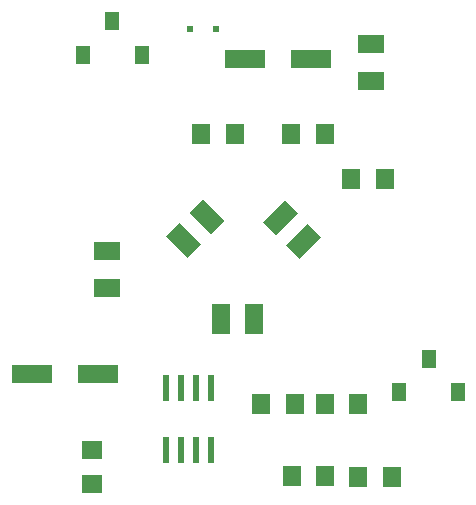
<source format=gtp>
G75*
%MOIN*%
%OFA0B0*%
%FSLAX25Y25*%
%IPPOS*%
%LPD*%
%AMOC8*
5,1,8,0,0,1.08239X$1,22.5*
%
%ADD10R,0.02362X0.08661*%
%ADD11R,0.06299X0.07087*%
%ADD12R,0.07087X0.06299*%
%ADD13R,0.02362X0.02362*%
%ADD14R,0.04724X0.06299*%
%ADD15R,0.06299X0.07098*%
%ADD16R,0.08661X0.05906*%
%ADD17R,0.06299X0.10236*%
%ADD18R,0.13780X0.06299*%
D10*
X0068638Y0030941D03*
X0073638Y0030941D03*
X0078638Y0030941D03*
X0083638Y0030941D03*
X0083638Y0051414D03*
X0078638Y0051414D03*
X0073638Y0051414D03*
X0068638Y0051414D03*
D11*
X0110627Y0022178D03*
X0121650Y0022178D03*
X0121627Y0046178D03*
X0132650Y0046178D03*
D12*
X0044138Y0019666D03*
X0044138Y0030689D03*
D13*
X0076808Y0171178D03*
X0085469Y0171178D03*
D14*
X0060638Y0162654D03*
X0050796Y0173678D03*
X0040953Y0162654D03*
X0146453Y0050154D03*
X0156296Y0061178D03*
X0166138Y0050154D03*
D15*
X0144037Y0021978D03*
X0132840Y0021978D03*
X0111737Y0046178D03*
X0100540Y0046178D03*
X0130540Y0121178D03*
X0141737Y0121178D03*
X0121737Y0136178D03*
X0110540Y0136178D03*
X0091737Y0136178D03*
X0080540Y0136178D03*
D16*
X0049138Y0097178D03*
X0049138Y0084973D03*
X0137162Y0153973D03*
X0137162Y0166178D03*
D17*
G36*
X0076691Y0109967D02*
X0081144Y0114420D01*
X0088381Y0107183D01*
X0083928Y0102730D01*
X0076691Y0109967D01*
G37*
G36*
X0068896Y0102172D02*
X0073349Y0106625D01*
X0080586Y0099388D01*
X0076133Y0094935D01*
X0068896Y0102172D01*
G37*
X0087212Y0074385D03*
X0098236Y0074385D03*
G36*
X0116135Y0106247D02*
X0120588Y0101794D01*
X0113351Y0094557D01*
X0108898Y0099010D01*
X0116135Y0106247D01*
G37*
G36*
X0108340Y0114041D02*
X0112793Y0109588D01*
X0105556Y0102351D01*
X0101103Y0106804D01*
X0108340Y0114041D01*
G37*
D18*
X0117162Y0161178D03*
X0095115Y0161178D03*
X0046162Y0056178D03*
X0024115Y0056178D03*
M02*

</source>
